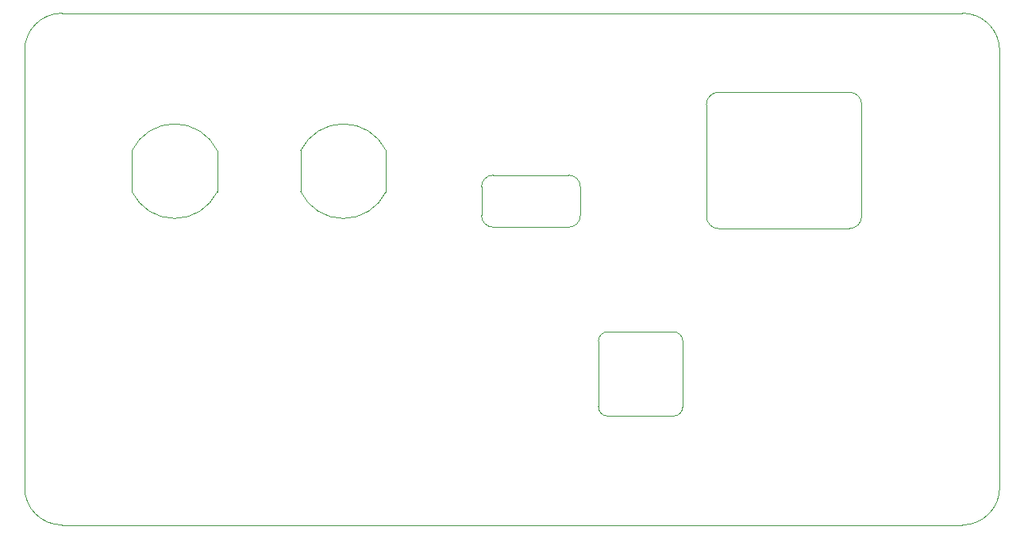
<source format=gbr>
%TF.GenerationSoftware,KiCad,Pcbnew,9.0.2*%
%TF.CreationDate,2025-05-19T10:18:23-04:00*%
%TF.ProjectId,frontPanel,66726f6e-7450-4616-9e65-6c2e6b696361,1*%
%TF.SameCoordinates,Original*%
%TF.FileFunction,Profile,NP*%
%FSLAX46Y46*%
G04 Gerber Fmt 4.6, Leading zero omitted, Abs format (unit mm)*
G04 Created by KiCad (PCBNEW 9.0.2) date 2025-05-19 10:18:23*
%MOMM*%
%LPD*%
G01*
G04 APERTURE LIST*
%TA.AperFunction,Profile*%
%ADD10C,0.050000*%
%TD*%
G04 APERTURE END LIST*
D10*
X90000000Y-83990000D02*
G75*
G02*
X93990000Y-80000000I3990000J0D01*
G01*
X190010000Y-80000000D02*
G75*
G02*
X194000000Y-83990000I0J-3990000D01*
G01*
X194000000Y-130620000D02*
X194000000Y-83990000D01*
X90000000Y-83990000D02*
X90000000Y-130620000D01*
X93990000Y-134610000D02*
G75*
G02*
X90000000Y-130620000I0J3990000D01*
G01*
X93990000Y-134610000D02*
X190010000Y-134610000D01*
X194000000Y-130620000D02*
G75*
G02*
X190010000Y-134610000I-3990000J0D01*
G01*
X190010000Y-80000000D02*
X93990000Y-80000000D01*
%TO.C,J1*%
X101450000Y-94669110D02*
X101450000Y-99050890D01*
X110550000Y-94669110D02*
X110550000Y-99050890D01*
X101450000Y-94669110D02*
G75*
G02*
X110550000Y-94669110I4550000J-2190890D01*
G01*
X110549999Y-99050890D02*
G75*
G02*
X101450001Y-99050890I-4549999J2190890D01*
G01*
%TO.C,J9*%
X151200001Y-122000000D02*
X151200000Y-115000000D01*
X152200000Y-114000001D02*
X159200000Y-114000000D01*
X159200000Y-123000000D02*
X152199999Y-123000000D01*
X160200000Y-115000000D02*
X160200000Y-122000000D01*
X151200000Y-115000000D02*
G75*
G02*
X152200000Y-114000000I999999J1D01*
G01*
X152200000Y-123000000D02*
G75*
G02*
X151200000Y-122000000I-1J999999D01*
G01*
X159200000Y-114000000D02*
G75*
G02*
X160200000Y-115000000I0J-1000000D01*
G01*
X160200000Y-122000000D02*
G75*
G02*
X159200000Y-123000000I-1000000J0D01*
G01*
%TO.C,J4*%
X162725000Y-89735000D02*
X162725000Y-101685000D01*
X164025000Y-102985000D02*
X177975000Y-102985000D01*
X177975000Y-88435000D02*
X164025000Y-88435000D01*
X179275000Y-101685000D02*
X179275000Y-89735000D01*
X162725000Y-89735000D02*
G75*
G02*
X164025000Y-88435000I1299999J1D01*
G01*
X164025000Y-102985000D02*
G75*
G02*
X162725000Y-101685000I-1J1299999D01*
G01*
X177975000Y-88435000D02*
G75*
G02*
X179275000Y-89735000I0J-1300000D01*
G01*
X179275000Y-101685000D02*
G75*
G02*
X177975000Y-102985000I-1300000J0D01*
G01*
%TO.C,J2*%
X119450000Y-94669110D02*
X119450000Y-99050890D01*
X128550000Y-94669110D02*
X128550000Y-99050890D01*
X119450000Y-94669110D02*
G75*
G02*
X128550000Y-94669110I4550000J-2190890D01*
G01*
X128549999Y-99050890D02*
G75*
G02*
X119450001Y-99050890I-4549999J2190890D01*
G01*
%TO.C,J3*%
X138725000Y-98535000D02*
X138725000Y-101584998D01*
X139975002Y-102835000D02*
X148025000Y-102835000D01*
X148024998Y-97285000D02*
X139975000Y-97285000D01*
X149275000Y-101585000D02*
X149275000Y-98535002D01*
X138725000Y-98535000D02*
G75*
G02*
X139975000Y-97285000I1250002J-2D01*
G01*
X139975000Y-102835000D02*
G75*
G02*
X138725000Y-101585000I2J1250002D01*
G01*
X148025000Y-97285000D02*
G75*
G02*
X149275000Y-98535000I0J-1250000D01*
G01*
X149275000Y-101585000D02*
G75*
G02*
X148025000Y-102835000I-1250000J0D01*
G01*
%TD*%
M02*

</source>
